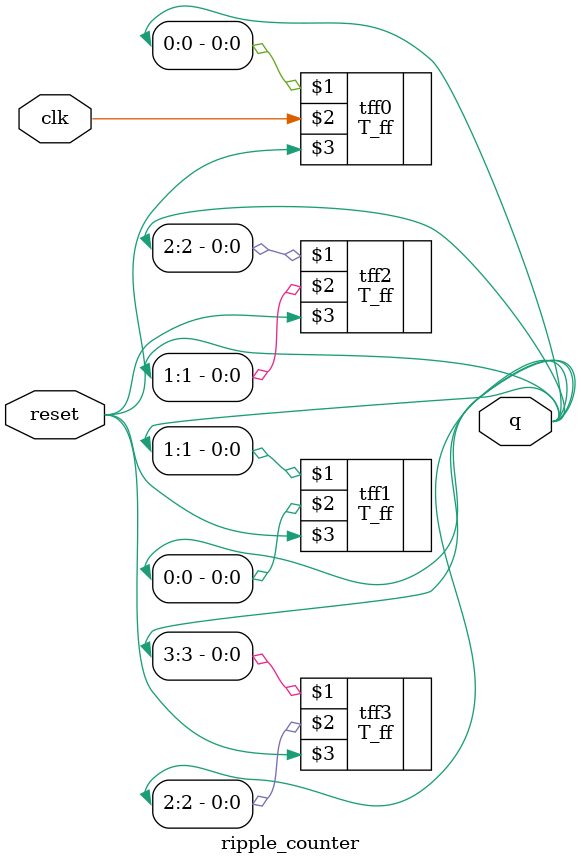
<source format=v>
`timescale 1ns / 1ps

module ripple_counter(q,clk,reset);
    input clk,reset;
    output [3:0]q;
    
    T_ff tff0(q[0],clk,reset);
    T_ff tff1(q[1],q[0],reset);
    T_ff tff2(q[2],q[1],reset);
    T_ff tff3(q[3],q[2],reset);

endmodule

</source>
